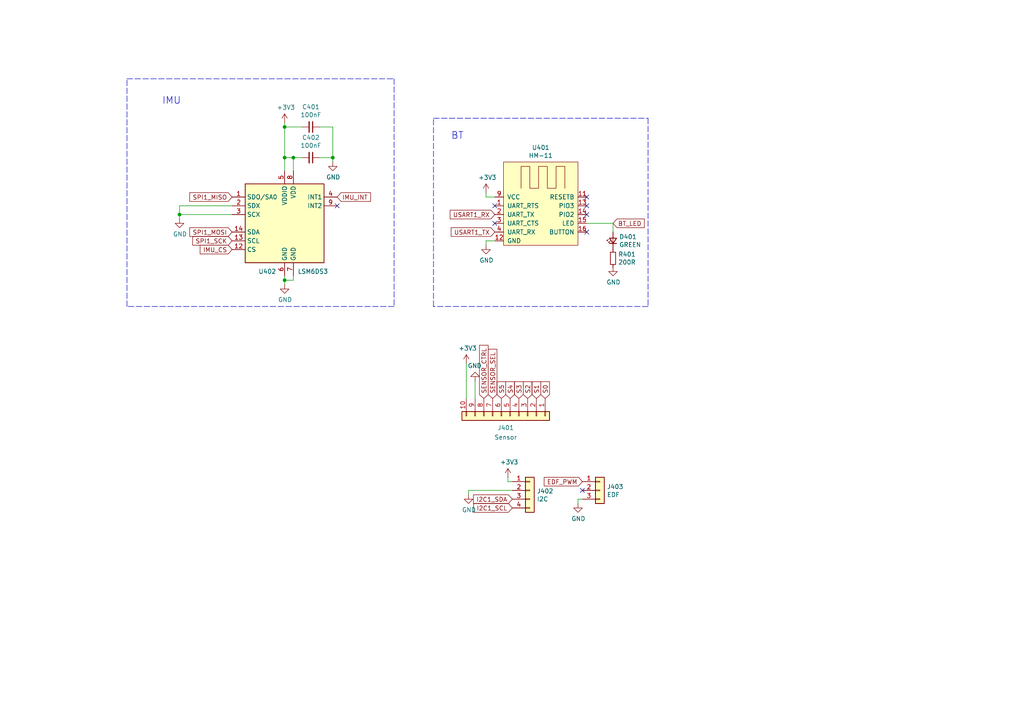
<source format=kicad_sch>
(kicad_sch (version 20211123) (generator eeschema)
  (paper "A4")
  (lib_symbols
    (symbol "Connector_Generic:Conn_01x03" (pin_names (offset 1.016) hide)
      (property "Reference" "J" (at 0 5.08 0))
      (property "Value" "Conn_01x03" (at 0 -5.08 0))
      (symbol "Conn_01x03_1_1"
        (rectangle (start -1.27 -2.413) (end 0 -2.667) (stroke (width 0.1524)))
        (rectangle (start -1.27 0.127) (end 0 -0.127) (stroke (width 0.1524)))
        (rectangle (start -1.27 2.667) (end 0 2.413) (stroke (width 0.1524)))
        (rectangle (start -1.27 3.81) (end 1.27 -3.81) (stroke (width 0.254)) (fill (type background)))
        (pin passive line (at -5.08 2.54 0) (length 3.81) (name "Pin_1") (number "1"))
        (pin passive line (at -5.08 0 0) (length 3.81) (name "Pin_2") (number "2"))
        (pin passive line (at -5.08 -2.54 0) (length 3.81) (name "Pin_3") (number "3"))
      )
    )
    (symbol "Connector_Generic:Conn_01x04" (pin_names (offset 1.016) hide)
      (property "Reference" "J" (at 0 5.08 0))
      (property "Value" "Conn_01x04" (at 0 -7.62 0))
      (symbol "Conn_01x04_1_1"
        (rectangle (start -1.27 -4.953) (end 0 -5.207) (stroke (width 0.1524)))
        (rectangle (start -1.27 -2.413) (end 0 -2.667) (stroke (width 0.1524)))
        (rectangle (start -1.27 0.127) (end 0 -0.127) (stroke (width 0.1524)))
        (rectangle (start -1.27 2.667) (end 0 2.413) (stroke (width 0.1524)))
        (rectangle (start -1.27 3.81) (end 1.27 -6.35) (stroke (width 0.254)) (fill (type background)))
        (pin passive line (at -5.08 2.54 0) (length 3.81) (name "Pin_1") (number "1"))
        (pin passive line (at -5.08 0 0) (length 3.81) (name "Pin_2") (number "2"))
        (pin passive line (at -5.08 -2.54 0) (length 3.81) (name "Pin_3") (number "3"))
        (pin passive line (at -5.08 -5.08 0) (length 3.81) (name "Pin_4") (number "4"))
      )
    )
    (symbol "Connector_Generic:Conn_01x10" (pin_names (offset 1.016) hide)
      (property "Reference" "J" (at 0 12.7 0))
      (property "Value" "Conn_01x10" (at 0 -15.24 0))
      (symbol "Conn_01x10_1_1"
        (rectangle (start -1.27 -12.573) (end 0 -12.827) (stroke (width 0.1524)))
        (rectangle (start -1.27 -10.033) (end 0 -10.287) (stroke (width 0.1524)))
        (rectangle (start -1.27 -7.493) (end 0 -7.747) (stroke (width 0.1524)))
        (rectangle (start -1.27 -4.953) (end 0 -5.207) (stroke (width 0.1524)))
        (rectangle (start -1.27 -2.413) (end 0 -2.667) (stroke (width 0.1524)))
        (rectangle (start -1.27 0.127) (end 0 -0.127) (stroke (width 0.1524)))
        (rectangle (start -1.27 2.667) (end 0 2.413) (stroke (width 0.1524)))
        (rectangle (start -1.27 5.207) (end 0 4.953) (stroke (width 0.1524)))
        (rectangle (start -1.27 7.747) (end 0 7.493) (stroke (width 0.1524)))
        (rectangle (start -1.27 10.287) (end 0 10.033) (stroke (width 0.1524)))
        (rectangle (start -1.27 11.43) (end 1.27 -13.97) (stroke (width 0.254)) (fill (type background)))
        (pin passive line (at -5.08 10.16 0) (length 3.81) (name "Pin_1") (number "1"))
        (pin passive line (at -5.08 -12.7 0) (length 3.81) (name "Pin_10") (number "10"))
        (pin passive line (at -5.08 7.62 0) (length 3.81) (name "Pin_2") (number "2"))
        (pin passive line (at -5.08 5.08 0) (length 3.81) (name "Pin_3") (number "3"))
        (pin passive line (at -5.08 2.54 0) (length 3.81) (name "Pin_4") (number "4"))
        (pin passive line (at -5.08 0 0) (length 3.81) (name "Pin_5") (number "5"))
        (pin passive line (at -5.08 -2.54 0) (length 3.81) (name "Pin_6") (number "6"))
        (pin passive line (at -5.08 -5.08 0) (length 3.81) (name "Pin_7") (number "7"))
        (pin passive line (at -5.08 -7.62 0) (length 3.81) (name "Pin_8") (number "8"))
        (pin passive line (at -5.08 -10.16 0) (length 3.81) (name "Pin_9") (number "9"))
      )
    )
    (symbol "Device:C_Small" (pin_numbers hide) (pin_names (offset 0.254) hide)
      (property "Reference" "C" (at 0.254 1.778 0))
      (property "Value" "C_Small" (at 0.254 -2.032 0))
      (symbol "C_Small_0_1"
        (polyline (pts (xy -1.524 -0.508) (xy 1.524 -0.508)) (stroke (width 0.3302)))
        (polyline (pts (xy -1.524 0.508) (xy 1.524 0.508)) (stroke (width 0.3048)))
      )
      (symbol "C_Small_1_1"
        (pin passive line (at 0 2.54 270) (length 2.032) (name "~") (number "1"))
        (pin passive line (at 0 -2.54 90) (length 2.032) (name "~") (number "2"))
      )
    )
    (symbol "Device:LED_Small" (pin_numbers hide) (pin_names (offset 0.254) hide)
      (property "Reference" "D" (at -1.27 3.175 0))
      (property "Value" "LED_Small" (at -4.445 -2.54 0))
      (symbol "LED_Small_0_1"
        (polyline (pts (xy -0.762 -1.016) (xy -0.762 1.016)) (stroke (width 0.254)))
        (polyline (pts (xy 1.016 0) (xy -0.762 0)))
        (polyline (pts (xy 0.762 -1.016) (xy -0.762 0) (xy 0.762 1.016) (xy 0.762 -1.016)) (stroke (width 0.254)))
        (polyline (pts (xy 0 0.762) (xy -0.508 1.27) (xy -0.254 1.27) (xy -0.508 1.27) (xy -0.508 1.016)))
        (polyline (pts (xy 0.508 1.27) (xy 0 1.778) (xy 0.254 1.778) (xy 0 1.778) (xy 0 1.524)))
      )
      (symbol "LED_Small_1_1"
        (pin passive line (at -2.54 0 0) (length 1.778) (name "K") (number "1"))
        (pin passive line (at 2.54 0 180) (length 1.778) (name "A") (number "2"))
      )
    )
    (symbol "Device:R_Small" (pin_numbers hide) (pin_names (offset 0.254) hide)
      (property "Reference" "R" (at 0.762 0.508 0))
      (property "Value" "R_Small" (at 0.762 -1.016 0))
      (symbol "R_Small_0_1"
        (rectangle (start -0.762 1.778) (end 0.762 -1.778) (stroke (width 0.2032)))
      )
      (symbol "R_Small_1_1"
        (pin passive line (at 0 2.54 270) (length 0.762) (name "~") (number "1"))
        (pin passive line (at 0 -2.54 90) (length 0.762) (name "~") (number "2"))
      )
    )
    (symbol "HM-11:HM-11" (pin_names (offset 1.016))
      (property "Reference" "U" (at -7.62 17.78 0))
      (property "Value" "HM-11" (at 5.08 17.78 0))
      (symbol "HM-11_0_1"
        (rectangle (start -11.43 16.51) (end 10.16 -7.62) (fill (type background)))
        (polyline (pts (xy -6.35 8.89) (xy -6.35 15.24) (xy -3.81 15.24) (xy -3.81 8.89) (xy -1.27 8.89) (xy -1.27 15.24) (xy 1.27 15.24) (xy 1.27 8.89) (xy 3.81 8.89) (xy 3.81 15.24) (xy 6.35 15.24) (xy 6.35 8.89)))
      )
      (symbol "HM-11_1_1"
        (pin input line (at -13.97 3.81 0) (length 2.54) (name "UART_RTS") (number "1"))
        (pin input line (at 12.7 6.35 180) (length 2.54) (name "RESETB") (number "11"))
        (pin power_in line (at -13.97 -6.35 0) (length 2.54) (name "GND") (number "12"))
        (pin output line (at 12.7 3.81 180) (length 2.54) (name "PIO3") (number "13"))
        (pin output line (at 12.7 1.27 180) (length 2.54) (name "PIO2") (number "14"))
        (pin output line (at 12.7 -1.27 180) (length 2.54) (name "LED") (number "15"))
        (pin input line (at 12.7 -3.81 180) (length 2.54) (name "BUTTON") (number "16"))
        (pin input line (at -13.97 1.27 0) (length 2.54) (name "UART_TX") (number "2"))
        (pin input line (at -13.97 -1.27 0) (length 2.54) (name "UART_CTS") (number "3"))
        (pin input line (at -13.97 -3.81 0) (length 2.54) (name "UART_RX") (number "4"))
        (pin power_in line (at -13.97 6.35 0) (length 2.54) (name "VCC") (number "9"))
      )
    )
    (symbol "Sensor_Motion:LSM6DS3"
      (property "Reference" "U" (at -11.43 15.24 0))
      (property "Value" "LSM6DS3" (at -11.43 12.7 0))
      (symbol "LSM6DS3_0_1"
        (rectangle (start 11.43 11.43) (end -11.43 -11.43) (stroke (width 0.254)) (fill (type background)))
      )
      (symbol "LSM6DS3_1_1"
        (pin bidirectional line (at -15.24 7.62 0) (length 3.81) (name "SDO/SA0") (number "1"))
        (pin no_connect line (at 10.16 -5.08 180) (length 3.81) hide (name "NC") (number "10"))
        (pin no_connect line (at 10.16 -2.54 180) (length 3.81) hide (name "NC") (number "11"))
        (pin input line (at -15.24 -7.62 0) (length 3.81) (name "CS") (number "12"))
        (pin input line (at -15.24 -5.08 0) (length 3.81) (name "SCL") (number "13"))
        (pin bidirectional line (at -15.24 -2.54 0) (length 3.81) (name "SDA") (number "14"))
        (pin bidirectional line (at -15.24 5.08 0) (length 3.81) (name "SDX") (number "2"))
        (pin input line (at -15.24 2.54 0) (length 3.81) (name "SCX") (number "3"))
        (pin output line (at 15.24 7.62 180) (length 3.81) (name "INT1") (number "4"))
        (pin power_in line (at 0 15.24 270) (length 3.81) (name "VDDIO") (number "5"))
        (pin power_in line (at 0 -15.24 90) (length 3.81) (name "GND") (number "6"))
        (pin power_in line (at 2.54 -15.24 90) (length 3.81) (name "GND") (number "7"))
        (pin power_in line (at 2.54 15.24 270) (length 3.81) (name "VDD") (number "8"))
        (pin output line (at 15.24 5.08 180) (length 3.81) (name "INT2") (number "9"))
      )
    )
    (symbol "power:+3.3V" (power) (pin_names (offset 0))
      (property "Value" "+3.3V" (at 0 3.556 0))
      (symbol "+3.3V_0_1"
        (polyline (pts (xy -0.762 1.27) (xy 0 2.54)))
        (polyline (pts (xy 0 0) (xy 0 2.54)))
        (polyline (pts (xy 0 2.54) (xy 0.762 1.27)))
      )
      (symbol "+3.3V_1_1"
        (pin power_in line (at 0 0 90) (length 0) hide (name "+3V3") (number "1"))
      )
    )
    (symbol "power:GND" (power) (pin_names (offset 0))
      (property "Value" "GND" (at 0 -3.81 0))
      (symbol "GND_0_1"
        (polyline (pts (xy 0 0) (xy 0 -1.27) (xy 1.27 -1.27) (xy 0 -2.54) (xy -1.27 -1.27) (xy 0 -1.27)))
      )
      (symbol "GND_1_1"
        (pin power_in line (at 0 0 270) (length 0) hide (name "GND") (number "1"))
      )
    )
  )
  (junction (at 96.52 45.72))
  (junction (at 82.55 36.83))
  (junction (at 82.55 81.28))
  (junction (at 82.55 45.72))
  (junction (at 52.07 62.23))
  (junction (at 85.09 45.72))
  (no_connect (at 97.79 59.69))
  (no_connect (at 170.18 57.15))
  (no_connect (at 170.18 59.69))
  (no_connect (at 143.51 64.77))
  (no_connect (at 143.51 59.69))
  (no_connect (at 170.18 62.23))
  (no_connect (at 170.18 67.31))
  (no_connect (at 168.91 142.24))
  (wire (pts (xy 135.89 142.24) (xy 148.59 142.24)))
  (wire (pts (xy 96.52 36.83) (xy 92.71 36.83)))
  (wire (pts (xy 52.07 63.5) (xy 52.07 62.23)))
  (polyline (pts (xy 36.83 88.9) (xy 36.83 22.86)))
  (wire (pts (xy 140.97 57.15) (xy 140.97 55.88)))
  (wire (pts (xy 147.32 139.7) (xy 147.32 138.43)))
  (wire (pts (xy 52.07 59.69) (xy 67.31 59.69)))
  (wire (pts (xy 140.97 69.85) (xy 143.51 69.85)))
  (wire (pts (xy 96.52 46.99) (xy 96.52 45.72)))
  (wire (pts (xy 82.55 45.72) (xy 85.09 45.72)))
  (wire (pts (xy 85.09 81.28) (xy 82.55 81.28)))
  (wire (pts (xy 82.55 35.56) (xy 82.55 36.83)))
  (wire (pts (xy 82.55 80.01) (xy 82.55 81.28)))
  (wire (pts (xy 87.63 45.72) (xy 85.09 45.72)))
  (wire (pts (xy 135.89 143.51) (xy 135.89 142.24)))
  (wire (pts (xy 143.51 57.15) (xy 140.97 57.15)))
  (polyline (pts (xy 114.3 88.9) (xy 36.83 88.9)))
  (polyline (pts (xy 114.3 22.86) (xy 114.3 88.9)))
  (wire (pts (xy 52.07 62.23) (xy 52.07 59.69)))
  (wire (pts (xy 167.64 144.78) (xy 168.91 144.78)))
  (wire (pts (xy 85.09 80.01) (xy 85.09 81.28)))
  (polyline (pts (xy 125.73 88.9) (xy 125.73 34.29)))
  (wire (pts (xy 170.18 64.77) (xy 177.8 64.77)))
  (polyline (pts (xy 187.96 88.9) (xy 125.73 88.9)))
  (wire (pts (xy 137.795 110.49) (xy 137.795 115.57)))
  (wire (pts (xy 67.31 62.23) (xy 52.07 62.23)))
  (wire (pts (xy 82.55 36.83) (xy 82.55 45.72)))
  (wire (pts (xy 87.63 36.83) (xy 82.55 36.83)))
  (wire (pts (xy 92.71 45.72) (xy 96.52 45.72)))
  (polyline (pts (xy 36.83 22.86) (xy 114.3 22.86)))
  (wire (pts (xy 177.8 64.77) (xy 177.8 67.31)))
  (polyline (pts (xy 187.96 34.29) (xy 187.96 88.9)))
  (wire (pts (xy 82.55 45.72) (xy 82.55 49.53)))
  (wire (pts (xy 82.55 81.28) (xy 82.55 82.55)))
  (polyline (pts (xy 125.73 34.29) (xy 187.96 34.29)))
  (wire (pts (xy 96.52 45.72) (xy 96.52 36.83)))
  (wire (pts (xy 85.09 45.72) (xy 85.09 49.53)))
  (wire (pts (xy 135.255 105.41) (xy 135.255 115.57)))
  (wire (pts (xy 140.97 71.12) (xy 140.97 69.85)))
  (wire (pts (xy 167.64 146.05) (xy 167.64 144.78)))
  (wire (pts (xy 148.59 139.7) (xy 147.32 139.7)))
  (text "BT" (at 130.81 40.64 0) (effects (font (size 2.0066 2.0066)) (justify left bottom)))
  (text "IMU" (at 46.99 30.48 0) (effects (font (size 2.0066 2.0066)) (justify left bottom)))
  (global_label "S4" (shape input) (at 147.955 115.57 90) (property "Intersheet References" "${INTERSHEET_REFS}" (effects hide)))
  (global_label "USART1_TX" (shape input) (at 143.51 67.31 180) (property "Intersheet References" "${INTERSHEET_REFS}" (effects hide)))
  (global_label "EDF_PWM" (shape input) (at 168.91 139.7 180) (property "Intersheet References" "${INTERSHEET_REFS}" (effects hide)))
  (global_label "S5" (shape input) (at 145.415 115.57 90) (property "Intersheet References" "${INTERSHEET_REFS}" (effects hide)))
  (global_label "SPI1_MOSI" (shape input) (at 67.31 67.31 180) (property "Intersheet References" "${INTERSHEET_REFS}" (effects hide)))
  (global_label "I2C1_SDA" (shape input) (at 148.59 144.78 180) (property "Intersheet References" "${INTERSHEET_REFS}" (effects hide)))
  (global_label "SPI1_SCK" (shape input) (at 67.31 69.85 180) (property "Intersheet References" "${INTERSHEET_REFS}" (effects hide)))
  (global_label "IMU_CS" (shape input) (at 67.31 72.39 180) (property "Intersheet References" "${INTERSHEET_REFS}" (effects hide)))
  (global_label "S2" (shape input) (at 153.035 115.57 90) (property "Intersheet References" "${INTERSHEET_REFS}" (effects hide)))
  (global_label "S3" (shape input) (at 150.495 115.57 90) (property "Intersheet References" "${INTERSHEET_REFS}" (effects hide)))
  (global_label "SENSOR_CTRL" (shape input) (at 140.335 115.57 90) (property "Intersheet References" "${INTERSHEET_REFS}" (effects hide)))
  (global_label "SPI1_MISO" (shape input) (at 67.31 57.15 180) (property "Intersheet References" "${INTERSHEET_REFS}" (effects hide)))
  (global_label "IMU_INT" (shape input) (at 97.79 57.15 0) (property "Intersheet References" "${INTERSHEET_REFS}" (effects hide)))
  (global_label "I2C1_SCL" (shape input) (at 148.59 147.32 180) (property "Intersheet References" "${INTERSHEET_REFS}" (effects hide)))
  (global_label "BT_LED" (shape input) (at 177.8 64.77 0) (property "Intersheet References" "${INTERSHEET_REFS}" (effects hide)))
  (global_label "S0" (shape input) (at 158.115 115.57 90) (property "Intersheet References" "${INTERSHEET_REFS}" (effects hide)))
  (global_label "S1" (shape input) (at 155.575 115.57 90) (property "Intersheet References" "${INTERSHEET_REFS}" (effects hide)))
  (global_label "USART1_RX" (shape input) (at 143.51 62.23 180) (property "Intersheet References" "${INTERSHEET_REFS}" (effects hide)))
  (global_label "SENSOR_SEL" (shape input) (at 142.875 115.57 90) (property "Intersheet References" "${INTERSHEET_REFS}" (effects hide)))
  (symbol (lib_id "Sensor_Motion:LSM6DS3") (at 82.55 64.77 0) (unit 1)
    (property "Reference" "U402" (at 74.93 78.74 0) (effects (justify left)))
    (property "Value" "LSM6DS3" (at 86.36 78.74 0) (effects (justify left)))
    (property "Footprint" "Package_LGA:LGA-14_3x2.5mm_P0.5mm_LayoutBorder3x4y" (effects hide))
    (property "Datasheet" "www.st.com/resource/en/datasheet/lsm6ds3.pdf" (effects hide))
  )
  (symbol (lib_id "power:+3.3V") (at 82.55 35.56 0) (unit 1)
    (property "Reference" "#PWR0401" (effects hide))
    (property "Value" "+3.3V" (at 82.931 31.1658 0))
  )
  (symbol (lib_id "power:GND") (at 96.52 46.99 0) (unit 1)
    (property "Reference" "#PWR0402" (effects hide))
    (property "Value" "GND" (at 96.647 51.3842 0))
  )
  (symbol (lib_id "Device:C_Small") (at 90.17 45.72 270) (unit 1)
    (property "Reference" "C402" (at 90.17 39.9034 90))
    (property "Value" "100nF" (at 90.17 42.2148 90))
    (property "Footprint" "Capacitor_SMD:C_0603_1608Metric" (effects hide))
  )
  (symbol (lib_id "Device:C_Small") (at 90.17 36.83 270) (unit 1)
    (property "Reference" "C401" (at 90.17 31.0134 90))
    (property "Value" "100nF" (at 90.17 33.3248 90))
    (property "Footprint" "Capacitor_SMD:C_0603_1608Metric" (effects hide))
  )
  (symbol (lib_id "power:GND") (at 82.55 82.55 0) (unit 1)
    (property "Reference" "#PWR0407" (effects hide))
    (property "Value" "GND" (at 82.677 86.9442 0))
  )
  (symbol (lib_id "power:GND") (at 52.07 63.5 0) (unit 1)
    (property "Reference" "#PWR0404" (effects hide))
    (property "Value" "GND" (at 52.197 67.8942 0))
  )
  (symbol (lib_id "HM-11:HM-11") (at 157.48 63.5 0) (unit 1)
    (property "Reference" "U401" (at 156.845 42.799 0))
    (property "Value" "HM-11" (at 156.845 45.1104 0))
    (property "Footprint" "footprints:HM-11" (effects hide))
  )
  (symbol (lib_id "power:+3.3V") (at 140.97 55.88 0) (unit 1)
    (property "Reference" "#PWR0403" (effects hide))
    (property "Value" "+3.3V" (at 141.351 51.4858 0))
  )
  (symbol (lib_id "power:GND") (at 140.97 71.12 0) (unit 1)
    (property "Reference" "#PWR0405" (effects hide))
    (property "Value" "GND" (at 141.097 75.5142 0))
  )
  (symbol (lib_id "Device:LED_Small") (at 177.8 69.85 90) (unit 1)
    (property "Reference" "D401" (at 179.578 68.6816 90) (effects (justify right)))
    (property "Value" "GREEN" (at 179.578 70.993 90) (effects (justify right)))
    (property "Footprint" "LED_SMD:LED_0805_2012Metric" (effects hide))
  )
  (symbol (lib_id "Device:R_Small") (at 177.8 74.93 0) (unit 1)
    (property "Reference" "R401" (at 179.2986 73.7616 0) (effects (justify left)))
    (property "Value" "200R" (at 179.2986 76.073 0) (effects (justify left)))
    (property "Footprint" "Resistor_SMD:R_0603_1608Metric" (effects hide))
  )
  (symbol (lib_id "power:GND") (at 177.8 77.47 0) (unit 1)
    (property "Reference" "#PWR0406" (effects hide))
    (property "Value" "GND" (at 177.927 81.8642 0))
  )
  (symbol (lib_id "Connector_Generic:Conn_01x04") (at 153.67 142.24 0) (unit 1)
    (property "Reference" "J402" (at 155.702 142.4432 0) (effects (justify left)))
    (property "Value" "I2C" (at 155.702 144.7546 0) (effects (justify left)))
    (property "Footprint" "Connector_PinHeader_1.27mm:PinHeader_1x04_P1.27mm_Vertical" (effects hide))
  )
  (symbol (lib_id "power:+3.3V") (at 147.32 138.43 0) (unit 1)
    (property "Reference" "#PWR0410" (effects hide))
    (property "Value" "+3.3V" (at 147.701 134.0358 0))
  )
  (symbol (lib_id "power:GND") (at 135.89 143.51 0) (unit 1)
    (property "Reference" "#PWR0411" (effects hide))
    (property "Value" "GND" (at 136.017 147.9042 0))
  )
  (symbol (lib_id "power:GND") (at 137.795 110.49 180) (unit 1)
    (property "Reference" "#PWR0409" (effects hide))
    (property "Value" "GND" (at 137.668 106.0958 0))
  )
  (symbol (lib_id "power:+3.3V") (at 135.255 105.41 0) (unit 1)
    (property "Reference" "#PWR0408" (effects hide))
    (property "Value" "+3.3V" (at 135.636 101.0158 0))
  )
  (symbol (lib_id "Connector_Generic:Conn_01x03") (at 173.99 142.24 0) (unit 1)
    (property "Reference" "J403" (at 176.022 141.1732 0) (effects (justify left)))
    (property "Value" "EDF" (at 176.022 143.4846 0) (effects (justify left)))
    (property "Footprint" "Connector_PinHeader_2.54mm:PinHeader_1x03_P2.54mm_Vertical" (effects hide))
  )
  (symbol (lib_id "power:GND") (at 167.64 146.05 0) (unit 1)
    (property "Reference" "#PWR0412" (effects hide))
    (property "Value" "GND" (at 167.767 150.4442 0))
  )
  (symbol (lib_id "Connector_Generic:Conn_01x10") (at 147.955 120.65 270) (unit 1)
    (property "Reference" "J401" (at 146.685 124.0695 90))
    (property "Value" "Sensor" (at 146.685 126.8446 90))
    (property "Footprint" "Connector_PinHeader_1.27mm:PinHeader_1x10_P1.27mm_Vertical" (effects hide))
  )
)
</source>
